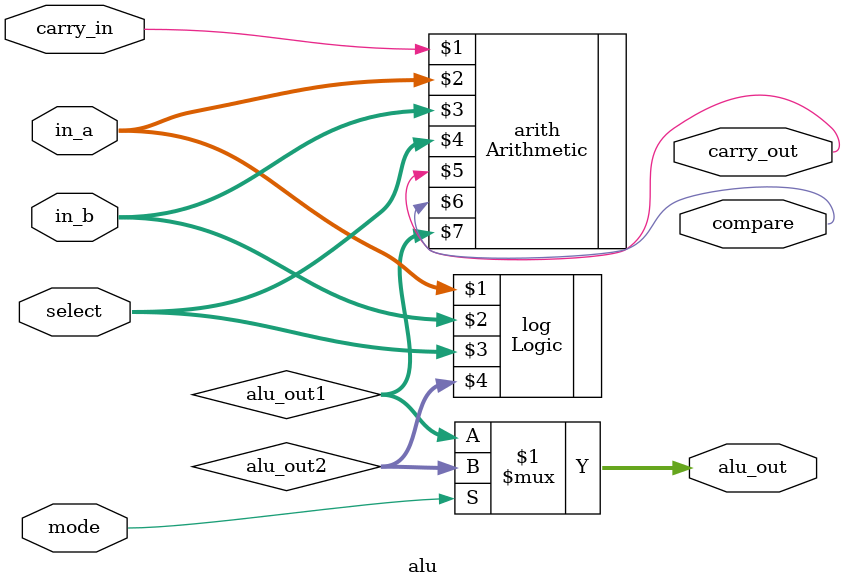
<source format=v>
module alu (
        input  wire        carry_in,
        input  wire [15:0] in_a,
        input  wire [15:0] in_b,
        input  wire [2:0]  select,
        input  wire        mode,
        output wire        carry_out,
        output wire        compare,
        output wire [15:0] alu_out
);
reg [15:0] alu_out1, alu_out2;
Arithmetic arith(carry_in, in_a, in_b, select, carry_out, compare, alu_out1);
Logic log (in_a, in_b, select, alu_out2);

assign alu_out = (mode) ? alu_out2 : alu_out1;
endmodule


</source>
